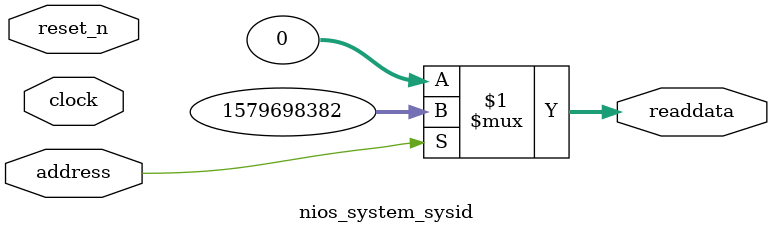
<source format=v>

`timescale 1ns / 1ps
// synthesis translate_on

// turn off superfluous verilog processor warnings 
// altera message_level Level1 
// altera message_off 10034 10035 10036 10037 10230 10240 10030 

module nios_system_sysid (
               // inputs:
                address,
                clock,
                reset_n,

               // outputs:
                readdata
             )
;

  output  [ 31: 0] readdata;
  input            address;
  input            clock;
  input            reset_n;

  wire    [ 31: 0] readdata;
  //control_slave, which is an e_avalon_slave
  assign readdata = address ? 1579698382 : 0;

endmodule




</source>
